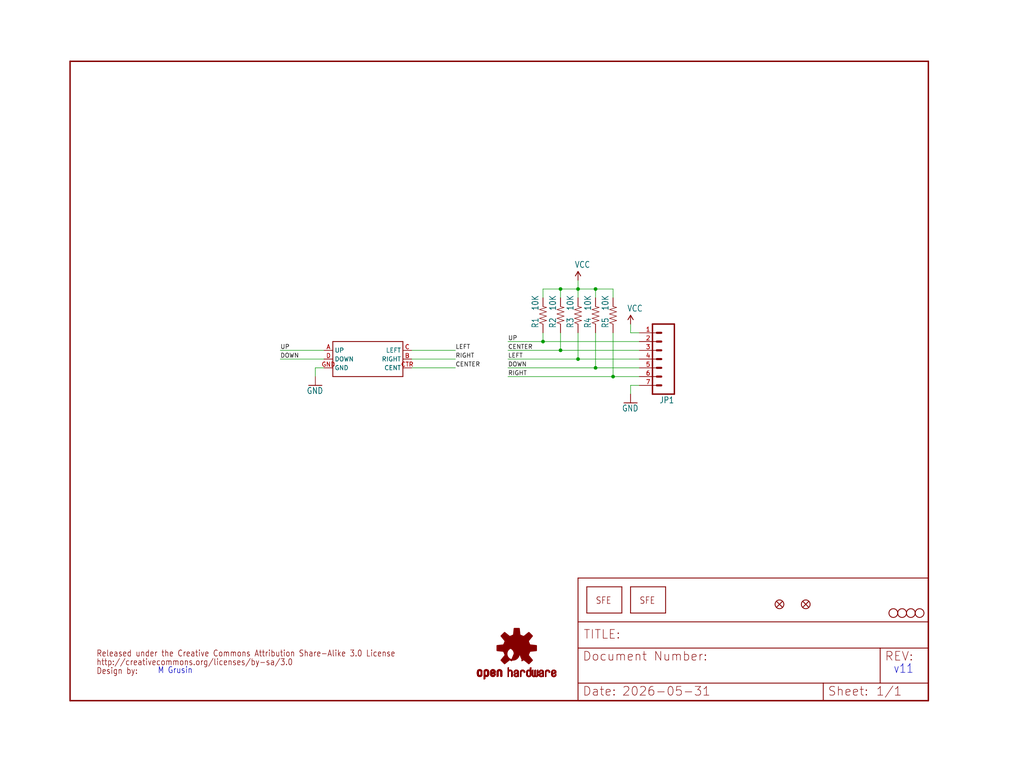
<source format=kicad_sch>
(kicad_sch (version 20230121) (generator eeschema)
  (paper "User" 297.002 223.926)
  (lib_symbols
    (symbol "working-eagle-import:CREATIVE_COMMONS"
      (symbol "CREATIVE_COMMONS_1_0"
        (text "Design by:" (at 0 0 0) (effects (font (size 1.778 1.5113)) (justify left bottom)))
        (text "http://creativecommons.org/licenses/by-sa/3.0" (at 0 2.54 0) (effects (font (size 1.778 1.5113)) (justify left bottom)))
        (text "Released under the Creative Commons Attribution Share-Alike 3.0 License" (at 0 5.08 0) (effects (font (size 1.778 1.5113)) (justify left bottom)))
      )
    )
    (symbol "working-eagle-import:FIDUCIALUFIDUCIAL")
    (symbol "working-eagle-import:FRAME-LETTER"
      (symbol "FRAME-LETTER_2_0"
        (text "${#}/${##}" (at 86.36 1.27 0) (effects (font (size 2.54 2.54)) (justify left bottom)))
        (text "${CURRENT_DATE}" (at 12.7 1.27 0) (effects (font (size 2.54 2.54)) (justify left bottom)))
        (text "${PROJECTNAME}" (at 15.494 17.78 0) (effects (font (size 2.7432 2.7432)) (justify left bottom)))
        (text "Date:" (at 1.27 1.27 0) (effects (font (size 2.54 2.54)) (justify left bottom)))
        (text "Document Number:" (at 1.27 11.43 0) (effects (font (size 2.54 2.54)) (justify left bottom)))
        (text "REV:" (at 88.9 11.43 0) (effects (font (size 2.54 2.54)) (justify left bottom)))
        (text "Sheet:" (at 72.39 1.27 0) (effects (font (size 2.54 2.54)) (justify left bottom)))
        (text "TITLE:" (at 1.524 17.78 0) (effects (font (size 2.54 2.54)) (justify left bottom)))
      )
    )
    (symbol "working-eagle-import:GND" (power)
      (property "Value" "GND" (at -2.54 -2.54 0))
      (symbol "GND_1_0"
        (pin power_in line (at 0 2.54 270) (length 2.54) (name "GND") (number "1"))
      )
    )
    (symbol "working-eagle-import:JOYSTICK_MINI"
      (symbol "JOYSTICK_MINI_1_0"
        (pin bidirectional line (at -12.7 2.54 0) (length 2.54) (name "UP") (number "A"))
        (pin bidirectional line (at 12.7 0 180) (length 2.54) (name "RIGHT") (number "B"))
        (pin bidirectional line (at 12.7 2.54 180) (length 2.54) (name "LEFT") (number "C"))
        (pin bidirectional line (at 12.7 -2.54 180) (length 2.54) (name "CENT") (number "CTR"))
        (pin bidirectional line (at -12.7 0 0) (length 2.54) (name "DOWN") (number "D"))
        (pin bidirectional line (at -12.7 -2.54 0) (length 2.54) (name "GND") (number "GND"))
      )
    )
    (symbol "working-eagle-import:LOGO-SFENW2"
      (symbol "LOGO-SFENW2_1_0"
        (text "SFE" (at 0 0 0) (effects (font (size 1.9304 1.6408)) (justify left bottom)))
      )
    )
    (symbol "working-eagle-import:LOGO-SFESK"
      (symbol "LOGO-SFESK_1_0"
        (text "SFE" (at 0 0 0) (effects (font (size 1.9304 1.6408)) (justify left bottom)))
      )
    )
    (symbol "working-eagle-import:M07"
      (property "Reference" "JP" (at -5.08 13.462 0))
      (symbol "M07_1_0"
        (pin passive line (at 5.08 -5.08 180) (length 5.08) (name "1") (number "1"))
        (pin passive line (at 5.08 -2.54 180) (length 5.08) (name "2") (number "2"))
        (pin passive line (at 5.08 0 180) (length 5.08) (name "3") (number "3"))
        (pin passive line (at 5.08 2.54 180) (length 5.08) (name "4") (number "4"))
        (pin passive line (at 5.08 5.08 180) (length 5.08) (name "5") (number "5"))
        (pin passive line (at 5.08 7.62 180) (length 5.08) (name "6") (number "6"))
        (pin passive line (at 5.08 10.16 180) (length 5.08) (name "7") (number "7"))
      )
    )
    (symbol "working-eagle-import:OSHW-LOGOS")
    (symbol "working-eagle-import:RESISTOR0603-RES"
      (property "Reference" "R" (at -3.81 1.4986 0))
      (symbol "RESISTOR0603-RES_1_0"
        (pin passive line (at -5.08 0 0) (length 2.54) (name "1") (number "1"))
        (pin passive line (at 5.08 0 180) (length 2.54) (name "2") (number "2"))
      )
    )
    (symbol "working-eagle-import:STAND-OFF")
    (symbol "working-eagle-import:VCC" (power)
      (property "Value" "VCC" (at -1.016 3.556 0))
      (symbol "VCC_1_0"
        (pin power_in line (at 0 0 90) (length 2.54) (name "VCC") (number "1"))
      )
    )
  )
  (junction (at 177.8 109.22))
  (junction (at 157.48 99.06))
  (junction (at 172.72 106.68))
  (junction (at 162.56 83.82))
  (junction (at 162.56 101.6))
  (junction (at 172.72 83.82))
  (junction (at 167.64 83.82))
  (junction (at 167.64 104.14))
  (wire (pts (xy 119.38 104.14) (xy 132.08 104.14)) (stroke (width 0.1524)))
  (wire (pts (xy 185.42 96.52) (xy 182.88 96.52)) (stroke (width 0.1524)))
  (wire (pts (xy 167.64 104.14) (xy 167.64 96.52)) (stroke (width 0.1524)))
  (wire (pts (xy 185.42 109.22) (xy 177.8 109.22)) (stroke (width 0.1524)))
  (wire (pts (xy 185.42 99.06) (xy 157.48 99.06)) (stroke (width 0.1524)))
  (wire (pts (xy 157.48 99.06) (xy 147.32 99.06)) (stroke (width 0.1524)))
  (wire (pts (xy 185.42 111.76) (xy 182.88 111.76)) (stroke (width 0.1524)))
  (wire (pts (xy 91.44 106.68) (xy 91.44 109.22)) (stroke (width 0.1524)))
  (wire (pts (xy 162.56 96.52) (xy 162.56 101.6)) (stroke (width 0.1524)))
  (wire (pts (xy 172.72 96.52) (xy 172.72 106.68)) (stroke (width 0.1524)))
  (wire (pts (xy 93.98 106.68) (xy 91.44 106.68)) (stroke (width 0.1524)))
  (wire (pts (xy 93.98 104.14) (xy 81.28 104.14)) (stroke (width 0.1524)))
  (wire (pts (xy 167.64 86.36) (xy 167.64 83.82)) (stroke (width 0.1524)))
  (wire (pts (xy 182.88 96.52) (xy 182.88 93.98)) (stroke (width 0.1524)))
  (wire (pts (xy 157.48 83.82) (xy 157.48 86.36)) (stroke (width 0.1524)))
  (wire (pts (xy 172.72 83.82) (xy 177.8 83.82)) (stroke (width 0.1524)))
  (wire (pts (xy 162.56 86.36) (xy 162.56 83.82)) (stroke (width 0.1524)))
  (wire (pts (xy 119.38 101.6) (xy 132.08 101.6)) (stroke (width 0.1524)))
  (wire (pts (xy 167.64 104.14) (xy 147.32 104.14)) (stroke (width 0.1524)))
  (wire (pts (xy 182.88 111.76) (xy 182.88 114.3)) (stroke (width 0.1524)))
  (wire (pts (xy 167.64 83.82) (xy 172.72 83.82)) (stroke (width 0.1524)))
  (wire (pts (xy 185.42 101.6) (xy 162.56 101.6)) (stroke (width 0.1524)))
  (wire (pts (xy 167.64 83.82) (xy 162.56 83.82)) (stroke (width 0.1524)))
  (wire (pts (xy 93.98 101.6) (xy 81.28 101.6)) (stroke (width 0.1524)))
  (wire (pts (xy 172.72 106.68) (xy 147.32 106.68)) (stroke (width 0.1524)))
  (wire (pts (xy 177.8 109.22) (xy 177.8 96.52)) (stroke (width 0.1524)))
  (wire (pts (xy 162.56 83.82) (xy 157.48 83.82)) (stroke (width 0.1524)))
  (wire (pts (xy 177.8 109.22) (xy 147.32 109.22)) (stroke (width 0.1524)))
  (wire (pts (xy 177.8 86.36) (xy 177.8 83.82)) (stroke (width 0.1524)))
  (wire (pts (xy 185.42 106.68) (xy 172.72 106.68)) (stroke (width 0.1524)))
  (wire (pts (xy 119.38 106.68) (xy 132.08 106.68)) (stroke (width 0.1524)))
  (wire (pts (xy 172.72 86.36) (xy 172.72 83.82)) (stroke (width 0.1524)))
  (wire (pts (xy 167.64 81.28) (xy 167.64 83.82)) (stroke (width 0.1524)))
  (wire (pts (xy 157.48 96.52) (xy 157.48 99.06)) (stroke (width 0.1524)))
  (wire (pts (xy 162.56 101.6) (xy 147.32 101.6)) (stroke (width 0.1524)))
  (wire (pts (xy 185.42 104.14) (xy 167.64 104.14)) (stroke (width 0.1524)))
  (text "v11" (at 259.08 195.58 0) (effects (font (size 2.54 2.159)) (justify left bottom)))
  (text "M Grusin" (at 45.72 195.58 0) (effects (font (size 1.778 1.5113)) (justify left bottom)))
  (label "RIGHT" (at 132.08 104.14 0) (effects (font (size 1.2446 1.2446))))
  (label "CENTER" (at 132.08 106.68 0) (effects (font (size 1.2446 1.2446))))
  (label "CENTER" (at 147.32 101.6 0) (effects (font (size 1.2446 1.2446))))
  (label "DOWN" (at 81.28 104.14 0) (effects (font (size 1.2446 1.2446))))
  (label "LEFT" (at 132.08 101.6 0) (effects (font (size 1.2446 1.2446))))
  (label "DOWN" (at 147.32 106.68 0) (effects (font (size 1.2446 1.2446))))
  (label "UP" (at 81.28 101.6 0) (effects (font (size 1.2446 1.2446))))
  (label "LEFT" (at 147.32 104.14 0) (effects (font (size 1.2446 1.2446))))
  (label "RIGHT" (at 147.32 109.22 0) (effects (font (size 1.2446 1.2446))))
  (label "UP" (at 147.32 99.06 0) (effects (font (size 1.2446 1.2446))))
  (symbol (lib_id "working-eagle-import:STAND-OFF") (at 261.62 177.8 0) (unit 1)
    (property "Reference" "JP5" (effects hide))
    (property "Value" "STAND-OFF" (effects hide))
    (property "Footprint" "working:STAND-OFF" (effects hide))
  )
  (symbol (lib_id "working-eagle-import:RESISTOR0603-RES") (at 157.48 91.44 90) (unit 1)
    (property "Reference" "R1" (at 156.21 95.25 0) (effects (font (size 1.778 1.5113)) (justify left bottom)))
    (property "Value" "10K" (at 156.21 90.17 0) (effects (font (size 1.778 1.5113)) (justify left bottom)))
    (property "Footprint" "working:0603-RES" (effects hide))
  )
  (symbol (lib_id "working-eagle-import:FRAME-LETTER") (at 167.64 203.2 0) (unit 2)
    (property "Reference" "#FRAME1" (effects hide))
    (property "Value" "FRAME-LETTER" (effects hide))
  )
  (symbol (lib_id "working-eagle-import:RESISTOR0603-RES") (at 162.56 91.44 90) (unit 1)
    (property "Reference" "R2" (at 161.29 95.25 0) (effects (font (size 1.778 1.5113)) (justify left bottom)))
    (property "Value" "10K" (at 161.29 90.17 0) (effects (font (size 1.778 1.5113)) (justify left bottom)))
    (property "Footprint" "working:0603-RES" (effects hide))
  )
  (symbol (lib_id "working-eagle-import:RESISTOR0603-RES") (at 167.64 91.44 90) (unit 1)
    (property "Reference" "R3" (at 166.37 95.25 0) (effects (font (size 1.778 1.5113)) (justify left bottom)))
    (property "Value" "10K" (at 166.37 90.17 0) (effects (font (size 1.778 1.5113)) (justify left bottom)))
    (property "Footprint" "working:0603-RES" (effects hide))
  )
  (symbol (lib_id "working-eagle-import:FRAME-LETTER") (at 20.32 203.2 0) (unit 1)
    (property "Reference" "#FRAME1" (effects hide))
    (property "Value" "FRAME-LETTER" (effects hide))
  )
  (symbol (lib_id "working-eagle-import:VCC") (at 182.88 93.98 0) (unit 1)
    (property "Reference" "#P+1" (effects hide))
    (property "Value" "VCC" (at 181.864 90.424 0) (effects (font (size 1.778 1.5113)) (justify left bottom)))
  )
  (symbol (lib_id "working-eagle-import:FIDUCIALUFIDUCIAL") (at 226.06 175.26 0) (unit 1)
    (property "Reference" "JP2" (effects hide))
    (property "Value" "FIDUCIALUFIDUCIAL" (effects hide))
    (property "Footprint" "working:MICRO-FIDUCIAL" (effects hide))
  )
  (symbol (lib_id "working-eagle-import:FIDUCIALUFIDUCIAL") (at 233.68 175.26 0) (unit 1)
    (property "Reference" "JP7" (effects hide))
    (property "Value" "FIDUCIALUFIDUCIAL" (effects hide))
    (property "Footprint" "working:MICRO-FIDUCIAL" (effects hide))
  )
  (symbol (lib_id "working-eagle-import:LOGO-SFESK") (at 172.72 175.26 0) (unit 1)
    (property "Reference" "JP9" (effects hide))
    (property "Value" "LOGO-SFESK" (effects hide))
    (property "Footprint" "working:SFE-LOGO-FLAME" (effects hide))
  )
  (symbol (lib_id "working-eagle-import:GND") (at 182.88 116.84 0) (unit 1)
    (property "Reference" "#GND1" (effects hide))
    (property "Value" "GND" (at 180.34 119.38 0) (effects (font (size 1.778 1.5113)) (justify left bottom)))
  )
  (symbol (lib_id "working-eagle-import:JOYSTICK_MINI") (at 106.68 104.14 0) (unit 1)
    (property "Reference" "S1" (effects hide))
    (property "Value" "5-WAY-TACTILE-SWITCH" (effects hide))
    (property "Footprint" "working:JOYSTICK_MINI" (effects hide))
  )
  (symbol (lib_id "working-eagle-import:STAND-OFF") (at 266.7 177.8 0) (unit 1)
    (property "Reference" "JP3" (effects hide))
    (property "Value" "STAND-OFF" (effects hide))
    (property "Footprint" "working:STAND-OFF" (effects hide))
  )
  (symbol (lib_id "working-eagle-import:STAND-OFF") (at 264.16 177.8 0) (unit 1)
    (property "Reference" "JP4" (effects hide))
    (property "Value" "STAND-OFF" (effects hide))
    (property "Footprint" "working:STAND-OFF" (effects hide))
  )
  (symbol (lib_id "working-eagle-import:RESISTOR0603-RES") (at 177.8 91.44 90) (unit 1)
    (property "Reference" "R5" (at 176.53 95.25 0) (effects (font (size 1.778 1.5113)) (justify left bottom)))
    (property "Value" "10K" (at 176.53 90.17 0) (effects (font (size 1.778 1.5113)) (justify left bottom)))
    (property "Footprint" "working:0603-RES" (effects hide))
  )
  (symbol (lib_id "working-eagle-import:RESISTOR0603-RES") (at 172.72 91.44 90) (unit 1)
    (property "Reference" "R4" (at 171.45 95.25 0) (effects (font (size 1.778 1.5113)) (justify left bottom)))
    (property "Value" "10K" (at 171.45 90.17 0) (effects (font (size 1.778 1.5113)) (justify left bottom)))
    (property "Footprint" "working:0603-RES" (effects hide))
  )
  (symbol (lib_id "working-eagle-import:VCC") (at 167.64 81.28 0) (unit 1)
    (property "Reference" "#P+2" (effects hide))
    (property "Value" "VCC" (at 166.624 77.724 0) (effects (font (size 1.778 1.5113)) (justify left bottom)))
  )
  (symbol (lib_id "working-eagle-import:STAND-OFF") (at 259.08 177.8 0) (unit 1)
    (property "Reference" "JP6" (effects hide))
    (property "Value" "STAND-OFF" (effects hide))
    (property "Footprint" "working:STAND-OFF" (effects hide))
  )
  (symbol (lib_id "working-eagle-import:M07") (at 190.5 101.6 180) (unit 1)
    (property "Reference" "JP1" (at 195.58 115.062 0) (effects (font (size 1.778 1.5113)) (justify left bottom)))
    (property "Value" "M07" (effects hide))
    (property "Footprint" "working:1X07" (effects hide))
  )
  (symbol (lib_id "working-eagle-import:LOGO-SFENW2") (at 185.42 175.26 0) (unit 1)
    (property "Reference" "JP10" (effects hide))
    (property "Value" "LOGO-SFENW2" (effects hide))
    (property "Footprint" "working:SFE-NEW-WEB" (effects hide))
  )
  (symbol (lib_id "working-eagle-import:CREATIVE_COMMONS") (at 27.94 195.58 0) (unit 1)
    (property "Reference" "U$2" (effects hide))
    (property "Value" "CREATIVE_COMMONS" (effects hide))
    (property "Footprint" "working:CREATIVE_COMMONS" (effects hide))
  )
  (symbol (lib_id "working-eagle-import:GND") (at 91.44 111.76 0) (unit 1)
    (property "Reference" "#GND2" (effects hide))
    (property "Value" "GND" (at 88.9 114.3 0) (effects (font (size 1.778 1.5113)) (justify left bottom)))
  )
  (symbol (lib_id "working-eagle-import:OSHW-LOGOS") (at 149.86 187.96 0) (unit 1)
    (property "Reference" "U$1" (effects hide))
    (property "Value" "OSHW-LOGOS" (effects hide))
    (property "Footprint" "working:OSHW-LOGO-S" (effects hide))
  )
)
</source>
